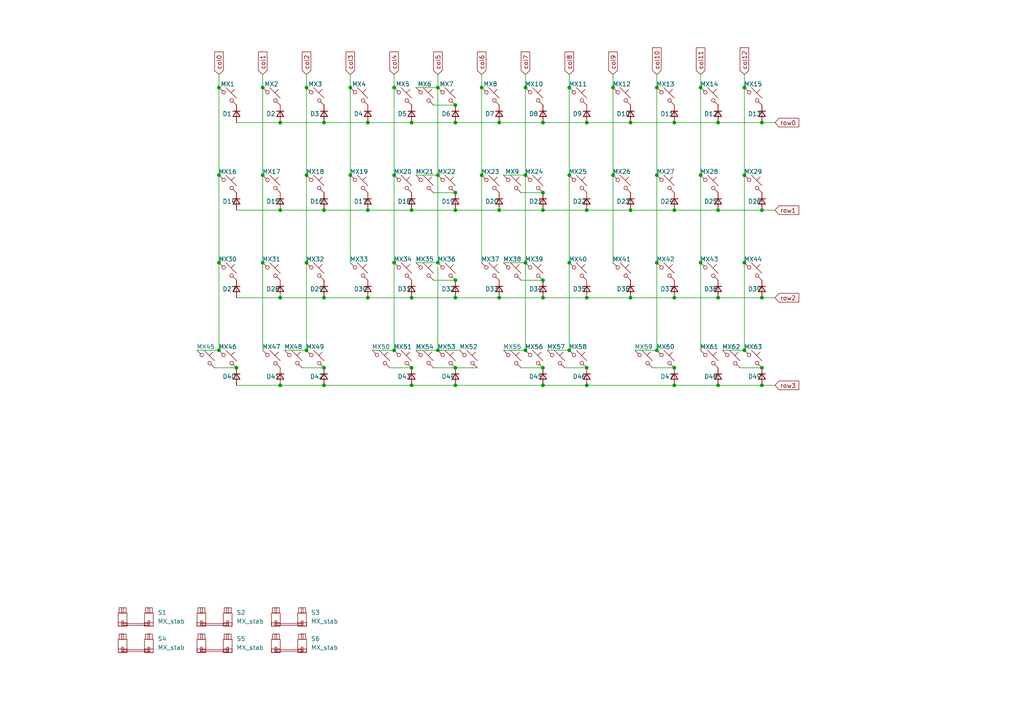
<source format=kicad_sch>
(kicad_sch (version 20231120) (generator "eeschema") (generator_version "8.0")
  (paper "A4")
  (junction (at 190.5 50.8))
  (junction (at 139.7 50.8))
  (junction (at 144.78 86.36))
  (junction (at 119.38 35.56))
  (junction (at 81.28 86.36))
  (junction (at 88.9 101.6))
  (junction (at 68.58 106.68))
  (junction (at 170.18 35.56))
  (junction (at 132.08 35.56))
  (junction (at 157.48 111.76))
  (junction (at 114.3 50.8))
  (junction (at 220.98 86.36))
  (junction (at 152.4 25.4))
  (junction (at 93.98 35.56))
  (junction (at 165.1 50.8))
  (junction (at 114.3 76.2))
  (junction (at 215.9 50.8))
  (junction (at 93.98 60.96))
  (junction (at 195.58 35.56))
  (junction (at 88.9 76.2))
  (junction (at 177.8 50.8))
  (junction (at 203.2 50.8))
  (junction (at 63.5 50.8))
  (junction (at 195.58 60.96))
  (junction (at 220.98 106.68))
  (junction (at 157.48 81.28))
  (junction (at 101.6 25.4))
  (junction (at 132.08 111.76))
  (junction (at 190.5 76.2))
  (junction (at 63.5 25.4))
  (junction (at 157.48 86.36))
  (junction (at 127 25.4))
  (junction (at 165.1 101.6))
  (junction (at 114.3 25.4))
  (junction (at 114.3 101.6))
  (junction (at 132.08 106.68))
  (junction (at 76.2 76.2))
  (junction (at 93.98 106.68))
  (junction (at 152.4 50.8))
  (junction (at 81.28 111.76))
  (junction (at 208.28 60.96))
  (junction (at 195.58 86.36))
  (junction (at 63.5 101.6))
  (junction (at 127 76.2))
  (junction (at 182.88 60.96))
  (junction (at 170.18 60.96))
  (junction (at 139.7 25.4))
  (junction (at 203.2 76.2))
  (junction (at 132.08 30.48))
  (junction (at 119.38 86.36))
  (junction (at 157.48 60.96))
  (junction (at 220.98 111.76))
  (junction (at 81.28 35.56))
  (junction (at 190.5 101.6))
  (junction (at 157.48 35.56))
  (junction (at 157.48 55.88))
  (junction (at 208.28 111.76))
  (junction (at 144.78 60.96))
  (junction (at 152.4 76.2))
  (junction (at 144.78 35.56))
  (junction (at 195.58 111.76))
  (junction (at 93.98 111.76))
  (junction (at 215.9 76.2))
  (junction (at 132.08 55.88))
  (junction (at 93.98 86.36))
  (junction (at 132.08 86.36))
  (junction (at 170.18 106.68))
  (junction (at 182.88 86.36))
  (junction (at 106.68 86.36))
  (junction (at 215.9 25.4))
  (junction (at 165.1 25.4))
  (junction (at 76.2 25.4))
  (junction (at 190.5 25.4))
  (junction (at 88.9 50.8))
  (junction (at 215.9 101.6))
  (junction (at 127 101.6))
  (junction (at 106.68 60.96))
  (junction (at 119.38 106.68))
  (junction (at 165.1 76.2))
  (junction (at 170.18 86.36))
  (junction (at 101.6 50.8))
  (junction (at 152.4 101.6))
  (junction (at 203.2 25.4))
  (junction (at 220.98 35.56))
  (junction (at 63.5 76.2))
  (junction (at 177.8 25.4))
  (junction (at 208.28 35.56))
  (junction (at 157.48 106.68))
  (junction (at 81.28 60.96))
  (junction (at 208.28 86.36))
  (junction (at 195.58 106.68))
  (junction (at 132.08 81.28))
  (junction (at 106.68 35.56))
  (junction (at 88.9 25.4))
  (junction (at 127 50.8))
  (junction (at 76.2 50.8))
  (junction (at 170.18 111.76))
  (junction (at 119.38 60.96))
  (junction (at 132.08 60.96))
  (junction (at 119.38 111.76))
  (junction (at 220.98 60.96))
  (junction (at 182.88 35.56))
  (wire (pts (xy 190.5 21.59) (xy 190.5 25.4)))
  (wire (pts (xy 114.3 50.8) (xy 114.3 76.2)))
  (wire (pts (xy 68.58 35.56) (xy 81.28 35.56)))
  (wire (pts (xy 68.58 86.36) (xy 81.28 86.36)))
  (wire (pts (xy 132.08 111.76) (xy 157.48 111.76)))
  (wire (pts (xy 63.5 25.4) (xy 63.5 50.8)))
  (wire (pts (xy 106.68 60.96) (xy 119.38 60.96)))
  (wire (pts (xy 157.48 35.56) (xy 170.18 35.56)))
  (wire (pts (xy 195.58 111.76) (xy 208.28 111.76)))
  (wire (pts (xy 208.28 111.76) (xy 220.98 111.76)))
  (wire (pts (xy 119.38 86.36) (xy 132.08 86.36)))
  (wire (pts (xy 120.65 101.6) (xy 127 101.6)))
  (wire (pts (xy 157.48 60.96) (xy 170.18 60.96)))
  (wire (pts (xy 146.05 101.6) (xy 152.4 101.6)))
  (wire (pts (xy 215.9 21.59) (xy 215.9 25.4)))
  (wire (pts (xy 203.2 50.8) (xy 203.2 76.2)))
  (wire (pts (xy 152.4 76.2) (xy 152.4 101.6)))
  (wire (pts (xy 76.2 76.2) (xy 76.2 101.6)))
  (wire (pts (xy 114.3 76.2) (xy 114.3 101.6)))
  (wire (pts (xy 146.05 50.8) (xy 152.4 50.8)))
  (wire (pts (xy 106.68 86.36) (xy 119.38 86.36)))
  (wire (pts (xy 144.78 86.36) (xy 157.48 86.36)))
  (wire (pts (xy 132.08 86.36) (xy 144.78 86.36)))
  (wire (pts (xy 144.78 60.96) (xy 157.48 60.96)))
  (wire (pts (xy 182.88 86.36) (xy 195.58 86.36)))
  (wire (pts (xy 125.73 81.28) (xy 132.08 81.28)))
  (wire (pts (xy 165.1 25.4) (xy 165.1 50.8)))
  (wire (pts (xy 139.7 25.4) (xy 139.7 50.8)))
  (wire (pts (xy 57.15 101.6) (xy 63.5 101.6)))
  (wire (pts (xy 158.75 101.6) (xy 165.1 101.6)))
  (wire (pts (xy 152.4 21.59) (xy 152.4 25.4)))
  (wire (pts (xy 224.79 35.56) (xy 220.98 35.56)))
  (wire (pts (xy 195.58 86.36) (xy 208.28 86.36)))
  (wire (pts (xy 144.78 35.56) (xy 157.48 35.56)))
  (wire (pts (xy 215.9 76.2) (xy 215.9 101.6)))
  (wire (pts (xy 81.28 60.96) (xy 93.98 60.96)))
  (wire (pts (xy 120.65 76.2) (xy 127 76.2)))
  (wire (pts (xy 88.9 21.59) (xy 88.9 25.4)))
  (wire (pts (xy 114.3 25.4) (xy 114.3 50.8)))
  (wire (pts (xy 157.48 86.36) (xy 170.18 86.36)))
  (wire (pts (xy 119.38 35.56) (xy 132.08 35.56)))
  (wire (pts (xy 68.58 111.76) (xy 81.28 111.76)))
  (wire (pts (xy 208.28 35.56) (xy 220.98 35.56)))
  (wire (pts (xy 190.5 76.2) (xy 190.5 101.6)))
  (wire (pts (xy 157.48 111.76) (xy 170.18 111.76)))
  (wire (pts (xy 125.73 30.48) (xy 132.08 30.48)))
  (wire (pts (xy 62.23 106.68) (xy 68.58 106.68)))
  (wire (pts (xy 209.55 101.6) (xy 215.9 101.6)))
  (wire (pts (xy 184.15 101.6) (xy 190.5 101.6)))
  (wire (pts (xy 88.9 25.4) (xy 88.9 50.8)))
  (wire (pts (xy 63.5 21.59) (xy 63.5 25.4)))
  (wire (pts (xy 132.08 35.56) (xy 144.78 35.56)))
  (wire (pts (xy 93.98 111.76) (xy 119.38 111.76)))
  (wire (pts (xy 203.2 25.4) (xy 203.2 50.8)))
  (wire (pts (xy 170.18 111.76) (xy 195.58 111.76)))
  (wire (pts (xy 107.95 101.6) (xy 114.3 101.6)))
  (wire (pts (xy 224.79 111.76) (xy 220.98 111.76)))
  (wire (pts (xy 63.5 50.8) (xy 63.5 76.2)))
  (wire (pts (xy 101.6 50.8) (xy 101.6 76.2)))
  (wire (pts (xy 101.6 25.4) (xy 101.6 50.8)))
  (wire (pts (xy 113.03 106.68) (xy 119.38 106.68)))
  (wire (pts (xy 190.5 25.4) (xy 190.5 50.8)))
  (wire (pts (xy 170.18 86.36) (xy 182.88 86.36)))
  (wire (pts (xy 93.98 86.36) (xy 106.68 86.36)))
  (wire (pts (xy 177.8 50.8) (xy 177.8 76.2)))
  (wire (pts (xy 127 25.4) (xy 127 50.8)))
  (wire (pts (xy 120.65 25.4) (xy 127 25.4)))
  (wire (pts (xy 88.9 76.2) (xy 88.9 101.6)))
  (wire (pts (xy 165.1 21.59) (xy 165.1 25.4)))
  (wire (pts (xy 203.2 21.59) (xy 203.2 25.4)))
  (wire (pts (xy 68.58 60.96) (xy 81.28 60.96)))
  (wire (pts (xy 127 21.59) (xy 127 25.4)))
  (wire (pts (xy 215.9 50.8) (xy 215.9 76.2)))
  (wire (pts (xy 214.63 106.68) (xy 220.98 106.68)))
  (wire (pts (xy 120.65 50.8) (xy 127 50.8)))
  (wire (pts (xy 93.98 60.96) (xy 106.68 60.96)))
  (wire (pts (xy 208.28 86.36) (xy 220.98 86.36)))
  (wire (pts (xy 127 77.47) (xy 127 101.6)))
  (wire (pts (xy 203.2 76.2) (xy 203.2 101.6)))
  (wire (pts (xy 76.2 21.59) (xy 76.2 25.4)))
  (wire (pts (xy 170.18 60.96) (xy 182.88 60.96)))
  (wire (pts (xy 132.08 60.96) (xy 144.78 60.96)))
  (wire (pts (xy 170.18 35.56) (xy 182.88 35.56)))
  (wire (pts (xy 152.4 50.8) (xy 152.4 76.2)))
  (wire (pts (xy 63.5 76.2) (xy 63.5 101.6)))
  (wire (pts (xy 177.8 21.59) (xy 177.8 25.4)))
  (wire (pts (xy 151.13 55.88) (xy 157.48 55.88)))
  (wire (pts (xy 93.98 35.56) (xy 106.68 35.56)))
  (wire (pts (xy 127 101.6) (xy 133.35 101.6)))
  (wire (pts (xy 165.1 76.2) (xy 165.1 101.6)))
  (wire (pts (xy 224.79 86.36) (xy 220.98 86.36)))
  (wire (pts (xy 101.6 21.59) (xy 101.6 25.4)))
  (wire (pts (xy 125.73 55.88) (xy 132.08 55.88)))
  (wire (pts (xy 125.73 106.68) (xy 132.08 106.68)))
  (wire (pts (xy 132.08 106.68) (xy 138.43 106.68)))
  (wire (pts (xy 170.18 106.68) (xy 163.83 106.68)))
  (wire (pts (xy 119.38 111.76) (xy 132.08 111.76)))
  (wire (pts (xy 88.9 50.8) (xy 88.9 76.2)))
  (wire (pts (xy 195.58 106.68) (xy 189.23 106.68)))
  (wire (pts (xy 81.28 35.56) (xy 93.98 35.56)))
  (wire (pts (xy 82.55 101.6) (xy 88.9 101.6)))
  (wire (pts (xy 106.68 35.56) (xy 119.38 35.56)))
  (wire (pts (xy 81.28 111.76) (xy 93.98 111.76)))
  (wire (pts (xy 165.1 50.8) (xy 165.1 76.2)))
  (wire (pts (xy 182.88 35.56) (xy 195.58 35.56)))
  (wire (pts (xy 208.28 60.96) (xy 220.98 60.96)))
  (wire (pts (xy 152.4 25.4) (xy 152.4 50.8)))
  (wire (pts (xy 119.38 60.96) (xy 132.08 60.96)))
  (wire (pts (xy 114.3 21.59) (xy 114.3 25.4)))
  (wire (pts (xy 76.2 25.4) (xy 76.2 50.8)))
  (wire (pts (xy 151.13 81.28) (xy 157.48 81.28)))
  (wire (pts (xy 87.63 106.68) (xy 93.98 106.68)))
  (wire (pts (xy 190.5 50.8) (xy 190.5 76.2)))
  (wire (pts (xy 81.28 86.36) (xy 93.98 86.36)))
  (wire (pts (xy 76.2 50.8) (xy 76.2 76.2)))
  (wire (pts (xy 127 50.8) (xy 127 76.2)))
  (wire (pts (xy 151.13 106.68) (xy 157.48 106.68)))
  (wire (pts (xy 195.58 60.96) (xy 208.28 60.96)))
  (wire (pts (xy 146.05 76.2) (xy 152.4 76.2)))
  (wire (pts (xy 139.7 50.8) (xy 139.7 76.2)))
  (wire (pts (xy 224.79 60.96) (xy 220.98 60.96)))
  (wire (pts (xy 195.58 35.56) (xy 208.28 35.56)))
  (wire (pts (xy 182.88 60.96) (xy 195.58 60.96)))
  (wire (pts (xy 215.9 25.4) (xy 215.9 50.8)))
  (wire (pts (xy 177.8 25.4) (xy 177.8 50.8)))
  (wire (pts (xy 139.7 21.59) (xy 139.7 25.4)))
  (global_label "col5" (shape input) (at 127 21.59 90) (property "Intersheetrefs" "${INTERSHEET_REFS}" (effects (hide yes))))
  (global_label "col4" (shape input) (at 114.3 21.59 90) (property "Intersheetrefs" "${INTERSHEET_REFS}" (effects (hide yes))))
  (global_label "row2" (shape input) (at 224.79 86.36 0) (property "Intersheetrefs" "${INTERSHEET_REFS}" (effects (hide yes))))
  (global_label "col6" (shape input) (at 139.7 21.59 90) (property "Intersheetrefs" "${INTERSHEET_REFS}" (effects (hide yes))))
  (global_label "col1" (shape input) (at 76.2 21.59 90) (property "Intersheetrefs" "${INTERSHEET_REFS}" (effects (hide yes))))
  (global_label "col9" (shape input) (at 177.8 21.59 90) (property "Intersheetrefs" "${INTERSHEET_REFS}" (effects (hide yes))))
  (global_label "row1" (shape input) (at 224.79 60.96 0) (property "Intersheetrefs" "${INTERSHEET_REFS}" (effects (hide yes))))
  (global_label "col3" (shape input) (at 101.6 21.59 90) (property "Intersheetrefs" "${INTERSHEET_REFS}" (effects (hide yes))))
  (global_label "col7" (shape input) (at 152.4 21.59 90) (property "Intersheetrefs" "${INTERSHEET_REFS}" (effects (hide yes))))
  (global_label "col8" (shape input) (at 165.1 21.59 90) (property "Intersheetrefs" "${INTERSHEET_REFS}" (effects (hide yes))))
  (global_label "col11" (shape input) (at 203.2 21.59 90) (property "Intersheetrefs" "${INTERSHEET_REFS}" (effects (hide yes))))
  (global_label "row0" (shape input) (at 224.79 35.56 0) (property "Intersheetrefs" "${INTERSHEET_REFS}" (effects (hide yes))))
  (global_label "col10" (shape input) (at 190.5 21.59 90) (property "Intersheetrefs" "${INTERSHEET_REFS}" (effects (hide yes))))
  (global_label "col0" (shape input) (at 63.5 21.59 90) (property "Intersheetrefs" "${INTERSHEET_REFS}" (effects (hide yes))))
  (global_label "row3" (shape input) (at 224.79 111.76 0) (property "Intersheetrefs" "${INTERSHEET_REFS}" (effects (hide yes))))
  (global_label "col2" (shape input) (at 88.9 21.59 90) (property "Intersheetrefs" "${INTERSHEET_REFS}" (effects (hide yes))))
  (global_label "col12" (shape input) (at 215.9 21.59 90) (property "Intersheetrefs" "${INTERSHEET_REFS}" (effects (hide yes))))
  (symbol (lib_id "Device:D_Small") (at 144.78 83.82 270) (unit 1)
    (property "Reference" "D33" (at 140.716 83.82 90) (effects (justify left)))
    (property "Value" "D_Small" (effects (hide yes)))
    (property "Footprint" "Diode_SMD:D_SOD-123" (effects (hide yes)))
    (property "Description" "Diode, small symbol" (effects (hide yes)))
    (property "Sim.Device" "D" (effects (hide yes)))
    (property "Sim.Pins" "1=K 2=A" (effects (hide yes)))
  )
  (symbol (lib_id "PCM_marbastlib-mx:MX_SW_solder") (at 167.64 27.94 0) (unit 1)
    (property "Reference" "MX11" (at 167.64 24.384 0))
    (property "Value" "MX_SW_solder" (effects (hide yes)))
    (property "Footprint" "PCM_marbastlib-mx:SW_MX_1u" (effects (hide yes)))
    (property "Description" "Push button switch, normally open, two pins, 45° tilted" (effects (hide yes)))
  )
  (symbol (lib_id "PCM_marbastlib-mx:MX_SW_solder") (at 135.89 104.14 0) (unit 1)
    (property "Reference" "MX52" (at 135.89 100.584 0))
    (property "Value" "MX_SW_solder" (effects (hide yes)))
    (property "Footprint" "PCM_marbastlib-mx:SW_MX_1u" (effects (hide yes)))
    (property "Description" "Push button switch, normally open, two pins, 45° tilted" (effects (hide yes)))
  )
  (symbol (lib_id "PCM_marbastlib-mx:MX_SW_solder") (at 142.24 78.74 0) (unit 1)
    (property "Reference" "MX37" (at 142.24 75.184 0))
    (property "Value" "MX_SW_solder" (effects (hide yes)))
    (property "Footprint" "PCM_marbastlib-mx:SW_MX_1u" (effects (hide yes)))
    (property "Description" "Push button switch, normally open, two pins, 45° tilted" (effects (hide yes)))
  )
  (symbol (lib_id "PCM_marbastlib-mx:MX_SW_solder") (at 91.44 53.34 0) (unit 1)
    (property "Reference" "MX18" (at 91.44 49.784 0))
    (property "Value" "MX_SW_solder" (effects (hide yes)))
    (property "Footprint" "PCM_marbastlib-mx:SW_MX_1u" (effects (hide yes)))
    (property "Description" "Push button switch, normally open, two pins, 45° tilted" (effects (hide yes)))
  )
  (symbol (lib_id "Device:D_Small") (at 157.48 83.82 270) (unit 1)
    (property "Reference" "D34" (at 153.416 83.82 90) (effects (justify left)))
    (property "Value" "D_Small" (effects (hide yes)))
    (property "Footprint" "Diode_SMD:D_SOD-123" (effects (hide yes)))
    (property "Description" "Diode, small symbol" (effects (hide yes)))
    (property "Sim.Device" "D" (effects (hide yes)))
    (property "Sim.Pins" "1=K 2=A" (effects (hide yes)))
  )
  (symbol (lib_id "PCM_marbastlib-mx:MX_SW_solder") (at 148.59 53.34 0) (unit 1)
    (property "Reference" "MX9" (at 148.59 49.784 0))
    (property "Value" "MX_SW_solder" (effects (hide yes)))
    (property "Footprint" "PCM_marbastlib-mx:SW_MX_1u" (effects (hide yes)))
    (property "Description" "Push button switch, normally open, two pins, 45° tilted" (effects (hide yes)))
  )
  (symbol (lib_id "Device:D_Small") (at 81.28 109.22 270) (unit 1)
    (property "Reference" "D41" (at 77.216 109.22 90) (effects (justify left)))
    (property "Value" "D_Small" (effects (hide yes)))
    (property "Footprint" "Diode_SMD:D_SOD-123" (effects (hide yes)))
    (property "Description" "Diode, small symbol" (effects (hide yes)))
    (property "Sim.Device" "D" (effects (hide yes)))
    (property "Sim.Pins" "1=K 2=A" (effects (hide yes)))
  )
  (symbol (lib_id "PCM_marbastlib-mx:MX_SW_solder") (at 91.44 78.74 0) (unit 1)
    (property "Reference" "MX32" (at 91.44 75.184 0))
    (property "Value" "MX_SW_solder" (effects (hide yes)))
    (property "Footprint" "PCM_marbastlib-mx:SW_MX_1u" (effects (hide yes)))
    (property "Description" "Push button switch, normally open, two pins, 45° tilted" (effects (hide yes)))
  )
  (symbol (lib_id "PCM_marbastlib-mx:MX_SW_solder") (at 116.84 53.34 0) (unit 1)
    (property "Reference" "MX20" (at 116.84 49.784 0))
    (property "Value" "MX_SW_solder" (effects (hide yes)))
    (property "Footprint" "PCM_marbastlib-mx:SW_MX_1u" (effects (hide yes)))
    (property "Description" "Push button switch, normally open, two pins, 45° tilted" (effects (hide yes)))
  )
  (symbol (lib_id "PCM_marbastlib-mx:MX_SW_solder") (at 218.44 53.34 0) (unit 1)
    (property "Reference" "MX29" (at 218.44 49.784 0))
    (property "Value" "MX_SW_solder" (effects (hide yes)))
    (property "Footprint" "PCM_marbastlib-mx:SW_MX_1u" (effects (hide yes)))
    (property "Description" "Push button switch, normally open, two pins, 45° tilted" (effects (hide yes)))
  )
  (symbol (lib_id "PCM_marbastlib-mx:MX_SW_solder") (at 129.54 53.34 0) (unit 1)
    (property "Reference" "MX22" (at 129.54 49.784 0))
    (property "Value" "MX_SW_solder" (effects (hide yes)))
    (property "Footprint" "PCM_marbastlib-mx:SW_MX_1u" (effects (hide yes)))
    (property "Description" "Push button switch, normally open, two pins, 45° tilted" (effects (hide yes)))
  )
  (symbol (lib_id "PCM_marbastlib-mx:MX_stab") (at 83.82 179.07 0) (unit 1)
    (property "Reference" "S3" (at 90.17 177.6729 0) (effects (justify left)))
    (property "Value" "MX_stab" (at 90.17 180.2129 0) (effects (justify left)))
    (property "Footprint" "PCM_marbastlib-mx:STAB_MX_7u" (effects (hide yes)))
    (property "Description" "Cherry MX-style stabilizer" (effects (hide yes)))
  )
  (symbol (lib_id "PCM_marbastlib-mx:MX_SW_solder") (at 193.04 104.14 0) (unit 1)
    (property "Reference" "MX60" (at 193.04 100.584 0))
    (property "Value" "MX_SW_solder" (effects (hide yes)))
    (property "Footprint" "PCM_marbastlib-mx:SW_MX_1u" (effects (hide yes)))
    (property "Description" "Push button switch, normally open, two pins, 45° tilted" (effects (hide yes)))
  )
  (symbol (lib_id "Device:D_Small") (at 195.58 58.42 270) (unit 1)
    (property "Reference" "D24" (at 191.516 58.42 90) (effects (justify left)))
    (property "Value" "D_Small" (effects (hide yes)))
    (property "Footprint" "Diode_SMD:D_SOD-123" (effects (hide yes)))
    (property "Description" "Diode, small symbol" (effects (hide yes)))
    (property "Sim.Device" "D" (effects (hide yes)))
    (property "Sim.Pins" "1=K 2=A" (effects (hide yes)))
  )
  (symbol (lib_id "Device:D_Small") (at 132.08 33.02 270) (unit 1)
    (property "Reference" "D6" (at 128.016 33.02 90) (effects (justify left)))
    (property "Value" "D_Small" (effects (hide yes)))
    (property "Footprint" "Diode_SMD:D_SOD-123" (effects (hide yes)))
    (property "Description" "Diode, small symbol" (effects (hide yes)))
    (property "Sim.Device" "D" (effects (hide yes)))
    (property "Sim.Pins" "1=K 2=A" (effects (hide yes)))
  )
  (symbol (lib_id "PCM_marbastlib-mx:MX_SW_solder") (at 148.59 104.14 0) (unit 1)
    (property "Reference" "MX55" (at 148.59 100.584 0))
    (property "Value" "MX_SW_solder" (effects (hide yes)))
    (property "Footprint" "PCM_marbastlib-mx:SW_MX_1u" (effects (hide yes)))
    (property "Description" "Push button switch, normally open, two pins, 45° tilted" (effects (hide yes)))
  )
  (symbol (lib_id "PCM_marbastlib-mx:MX_SW_solder") (at 180.34 27.94 0) (unit 1)
    (property "Reference" "MX12" (at 180.34 24.384 0))
    (property "Value" "MX_SW_solder" (effects (hide yes)))
    (property "Footprint" "PCM_marbastlib-mx:SW_MX_1u" (effects (hide yes)))
    (property "Description" "Push button switch, normally open, two pins, 45° tilted" (effects (hide yes)))
  )
  (symbol (lib_id "PCM_marbastlib-mx:MX_SW_solder") (at 154.94 27.94 0) (unit 1)
    (property "Reference" "MX10" (at 154.94 24.384 0))
    (property "Value" "MX_SW_solder" (effects (hide yes)))
    (property "Footprint" "PCM_marbastlib-mx:SW_MX_1u" (effects (hide yes)))
    (property "Description" "Push button switch, normally open, two pins, 45° tilted" (effects (hide yes)))
  )
  (symbol (lib_id "PCM_marbastlib-mx:MX_SW_solder") (at 123.19 78.74 0) (unit 1)
    (property "Reference" "MX35" (at 123.19 75.184 0))
    (property "Value" "MX_SW_solder" (effects (hide yes)))
    (property "Footprint" "PCM_marbastlib-mx:SW_MX_1u" (effects (hide yes)))
    (property "Description" "Push button switch, normally open, two pins, 45° tilted" (effects (hide yes)))
  )
  (symbol (lib_id "Device:D_Small") (at 81.28 83.82 270) (unit 1)
    (property "Reference" "D28" (at 77.216 83.82 90) (effects (justify left)))
    (property "Value" "D_Small" (effects (hide yes)))
    (property "Footprint" "Diode_SMD:D_SOD-123" (effects (hide yes)))
    (property "Description" "Diode, small symbol" (effects (hide yes)))
    (property "Sim.Device" "D" (effects (hide yes)))
    (property "Sim.Pins" "1=K 2=A" (effects (hide yes)))
  )
  (symbol (lib_id "PCM_marbastlib-mx:MX_SW_solder") (at 78.74 27.94 0) (unit 1)
    (property "Reference" "MX2" (at 78.74 24.384 0))
    (property "Value" "MX_SW_solder" (effects (hide yes)))
    (property "Footprint" "PCM_marbastlib-mx:SW_MX_1u" (effects (hide yes)))
    (property "Description" "Push button switch, normally open, two pins, 45° tilted" (effects (hide yes)))
  )
  (symbol (lib_id "PCM_marbastlib-mx:MX_stab") (at 39.37 186.69 0) (unit 1)
    (property "Reference" "S4" (at 45.72 185.2929 0) (effects (justify left)))
    (property "Value" "MX_stab" (at 45.72 187.8329 0) (effects (justify left)))
    (property "Footprint" "PCM_marbastlib-mx:STAB_MX_2.25u" (effects (hide yes)))
    (property "Description" "Cherry MX-style stabilizer" (effects (hide yes)))
  )
  (symbol (lib_id "PCM_marbastlib-mx:MX_SW_solder") (at 186.69 104.14 0) (unit 1)
    (property "Reference" "MX59" (at 186.69 100.584 0))
    (property "Value" "MX_SW_solder" (effects (hide yes)))
    (property "Footprint" "PCM_marbastlib-mx:SW_MX_1u" (effects (hide yes)))
    (property "Description" "Push button switch, normally open, two pins, 45° tilted" (effects (hide yes)))
  )
  (symbol (lib_id "Device:D_Small") (at 220.98 83.82 270) (unit 1)
    (property "Reference" "D39" (at 216.916 83.82 90) (effects (justify left)))
    (property "Value" "D_Small" (effects (hide yes)))
    (property "Footprint" "Diode_SMD:D_SOD-123" (effects (hide yes)))
    (property "Description" "Diode, small symbol" (effects (hide yes)))
    (property "Sim.Device" "D" (effects (hide yes)))
    (property "Sim.Pins" "1=K 2=A" (effects (hide yes)))
  )
  (symbol (lib_id "Device:D_Small") (at 170.18 58.42 270) (unit 1)
    (property "Reference" "D22" (at 166.116 58.42 90) (effects (justify left)))
    (property "Value" "D_Small" (effects (hide yes)))
    (property "Footprint" "Diode_SMD:D_SOD-123" (effects (hide yes)))
    (property "Description" "Diode, small symbol" (effects (hide yes)))
    (property "Sim.Device" "D" (effects (hide yes)))
    (property "Sim.Pins" "1=K 2=A" (effects (hide yes)))
  )
  (symbol (lib_id "PCM_marbastlib-mx:MX_SW_solder") (at 180.34 53.34 0) (unit 1)
    (property "Reference" "MX26" (at 180.34 49.784 0))
    (property "Value" "MX_SW_solder" (effects (hide yes)))
    (property "Footprint" "PCM_marbastlib-mx:SW_MX_1u" (effects (hide yes)))
    (property "Description" "Push button switch, normally open, two pins, 45° tilted" (effects (hide yes)))
  )
  (symbol (lib_id "PCM_marbastlib-mx:MX_SW_solder") (at 212.09 104.14 0) (unit 1)
    (property "Reference" "MX62" (at 212.09 100.584 0))
    (property "Value" "MX_SW_solder" (effects (hide yes)))
    (property "Footprint" "PCM_marbastlib-mx:SW_MX_1u" (effects (hide yes)))
    (property "Description" "Push button switch, normally open, two pins, 45° tilted" (effects (hide yes)))
  )
  (symbol (lib_id "PCM_marbastlib-mx:MX_SW_solder") (at 116.84 27.94 0) (unit 1)
    (property "Reference" "MX5" (at 116.84 24.384 0))
    (property "Value" "MX_SW_solder" (effects (hide yes)))
    (property "Footprint" "PCM_marbastlib-mx:SW_MX_1u" (effects (hide yes)))
    (property "Description" "Push button switch, normally open, two pins, 45° tilted" (effects (hide yes)))
  )
  (symbol (lib_id "PCM_marbastlib-mx:MX_SW_solder") (at 110.49 104.14 0) (unit 1)
    (property "Reference" "MX50" (at 110.49 100.584 0))
    (property "Value" "MX_SW_solder" (effects (hide yes)))
    (property "Footprint" "PCM_marbastlib-mx:SW_MX_1u" (effects (hide yes)))
    (property "Description" "Push button switch, normally open, two pins, 45° tilted" (effects (hide yes)))
  )
  (symbol (lib_id "Device:D_Small") (at 81.28 58.42 270) (unit 1)
    (property "Reference" "D15" (at 77.216 58.42 90) (effects (justify left)))
    (property "Value" "D_Small" (effects (hide yes)))
    (property "Footprint" "Diode_SMD:D_SOD-123" (effects (hide yes)))
    (property "Description" "Diode, small symbol" (effects (hide yes)))
    (property "Sim.Device" "D" (effects (hide yes)))
    (property "Sim.Pins" "1=K 2=A" (effects (hide yes)))
  )
  (symbol (lib_id "PCM_marbastlib-mx:MX_SW_solder") (at 205.74 27.94 0) (unit 1)
    (property "Reference" "MX14" (at 205.74 24.384 0))
    (property "Value" "MX_SW_solder" (effects (hide yes)))
    (property "Footprint" "PCM_marbastlib-mx:SW_MX_1u" (effects (hide yes)))
    (property "Description" "Push button switch, normally open, two pins, 45° tilted" (effects (hide yes)))
  )
  (symbol (lib_id "PCM_marbastlib-mx:MX_SW_solder") (at 66.04 53.34 0) (unit 1)
    (property "Reference" "MX16" (at 66.04 49.784 0))
    (property "Value" "MX_SW_solder" (effects (hide yes)))
    (property "Footprint" "PCM_marbastlib-mx:SW_MX_1u" (effects (hide yes)))
    (property "Description" "Push button switch, normally open, two pins, 45° tilted" (effects (hide yes)))
  )
  (symbol (lib_id "Device:D_Small") (at 132.08 83.82 270) (unit 1)
    (property "Reference" "D32" (at 128.016 83.82 90) (effects (justify left)))
    (property "Value" "D_Small" (effects (hide yes)))
    (property "Footprint" "Diode_SMD:D_SOD-123" (effects (hide yes)))
    (property "Description" "Diode, small symbol" (effects (hide yes)))
    (property "Sim.Device" "D" (effects (hide yes)))
    (property "Sim.Pins" "1=K 2=A" (effects (hide yes)))
  )
  (symbol (lib_id "Device:D_Small") (at 220.98 33.02 270) (unit 1)
    (property "Reference" "D13" (at 216.916 33.02 90) (effects (justify left)))
    (property "Value" "D_Small" (effects (hide yes)))
    (property "Footprint" "Diode_SMD:D_SOD-123" (effects (hide yes)))
    (property "Description" "Diode, small symbol" (effects (hide yes)))
    (property "Sim.Device" "D" (effects (hide yes)))
    (property "Sim.Pins" "1=K 2=A" (effects (hide yes)))
  )
  (symbol (lib_id "PCM_marbastlib-mx:MX_SW_solder") (at 59.69 104.14 0) (unit 1)
    (property "Reference" "MX45" (at 59.69 100.584 0))
    (property "Value" "MX_SW_solder" (effects (hide yes)))
    (property "Footprint" "PCM_marbastlib-mx:SW_MX_1u" (effects (hide yes)))
    (property "Description" "Push button switch, normally open, two pins, 45° tilted" (effects (hide yes)))
  )
  (symbol (lib_id "Device:D_Small") (at 182.88 83.82 270) (unit 1)
    (property "Reference" "D36" (at 178.816 83.82 90) (effects (justify left)))
    (property "Value" "D_Small" (effects (hide yes)))
    (property "Footprint" "Diode_SMD:D_SOD-123" (effects (hide yes)))
    (property "Description" "Diode, small symbol" (effects (hide yes)))
    (property "Sim.Device" "D" (effects (hide yes)))
    (property "Sim.Pins" "1=K 2=A" (effects (hide yes)))
  )
  (symbol (lib_id "Device:D_Small") (at 119.38 33.02 270) (unit 1)
    (property "Reference" "D5" (at 115.316 33.02 90) (effects (justify left)))
    (property "Value" "D_Small" (effects (hide yes)))
    (property "Footprint" "Diode_SMD:D_SOD-123" (effects (hide yes)))
    (property "Description" "Diode, small symbol" (effects (hide yes)))
    (property "Sim.Device" "D" (effects (hide yes)))
    (property "Sim.Pins" "1=K 2=A" (effects (hide yes)))
  )
  (symbol (lib_id "Device:D_Small") (at 81.28 33.02 270) (unit 1)
    (property "Reference" "D2" (at 77.216 33.02 90) (effects (justify left)))
    (property "Value" "D_Small" (effects (hide yes)))
    (property "Footprint" "Diode_SMD:D_SOD-123" (effects (hide yes)))
    (property "Description" "Diode, small symbol" (effects (hide yes)))
    (property "Sim.Device" "D" (effects (hide yes)))
    (property "Sim.Pins" "1=K 2=A" (effects (hide yes)))
  )
  (symbol (lib_id "Device:D_Small") (at 208.28 58.42 270) (unit 1)
    (property "Reference" "D25" (at 204.216 58.42 90) (effects (justify left)))
    (property "Value" "D_Small" (effects (hide yes)))
    (property "Footprint" "Diode_SMD:D_SOD-123" (effects (hide yes)))
    (property "Description" "Diode, small symbol" (effects (hide yes)))
    (property "Sim.Device" "D" (effects (hide yes)))
    (property "Sim.Pins" "1=K 2=A" (effects (hide yes)))
  )
  (symbol (lib_id "Device:D_Small") (at 208.28 33.02 270) (unit 1)
    (property "Reference" "D12" (at 204.216 33.02 90) (effects (justify left)))
    (property "Value" "D_Small" (effects (hide yes)))
    (property "Footprint" "Diode_SMD:D_SOD-123" (effects (hide yes)))
    (property "Description" "Diode, small symbol" (effects (hide yes)))
    (property "Sim.Device" "D" (effects (hide yes)))
    (property "Sim.Pins" "1=K 2=A" (effects (hide yes)))
  )
  (symbol (lib_id "PCM_marbastlib-mx:MX_SW_solder") (at 123.19 53.34 0) (unit 1)
    (property "Reference" "MX21" (at 123.19 49.784 0))
    (property "Value" "MX_SW_solder" (effects (hide yes)))
    (property "Footprint" "PCM_marbastlib-mx:SW_MX_1u" (effects (hide yes)))
    (property "Description" "Push button switch, normally open, two pins, 45° tilted" (effects (hide yes)))
  )
  (symbol (lib_id "PCM_marbastlib-mx:MX_SW_solder") (at 123.19 104.14 0) (unit 1)
    (property "Reference" "MX54" (at 123.19 100.584 0))
    (property "Value" "MX_SW_solder" (effects (hide yes)))
    (property "Footprint" "PCM_marbastlib-mx:SW_MX_1u" (effects (hide yes)))
    (property "Description" "Push button switch, normally open, two pins, 45° tilted" (effects (hide yes)))
  )
  (symbol (lib_id "Device:D_Small") (at 170.18 83.82 270) (unit 1)
    (property "Reference" "D35" (at 166.116 83.82 90) (effects (justify left)))
    (property "Value" "D_Small" (effects (hide yes)))
    (property "Footprint" "Diode_SMD:D_SOD-123" (effects (hide yes)))
    (property "Description" "Diode, small symbol" (effects (hide yes)))
    (property "Sim.Device" "D" (effects (hide yes)))
    (property "Sim.Pins" "1=K 2=A" (effects (hide yes)))
  )
  (symbol (lib_id "PCM_marbastlib-mx:MX_SW_solder") (at 129.54 27.94 0) (unit 1)
    (property "Reference" "MX7" (at 129.54 24.384 0))
    (property "Value" "MX_SW_solder" (effects (hide yes)))
    (property "Footprint" "PCM_marbastlib-mx:SW_MX_1u" (effects (hide yes)))
    (property "Description" "Push button switch, normally open, two pins, 45° tilted" (effects (hide yes)))
  )
  (symbol (lib_id "Device:D_Small") (at 182.88 33.02 270) (unit 1)
    (property "Reference" "D10" (at 178.816 33.02 90) (effects (justify left)))
    (property "Value" "D_Small" (effects (hide yes)))
    (property "Footprint" "Diode_SMD:D_SOD-123" (effects (hide yes)))
    (property "Description" "Diode, small symbol" (effects (hide yes)))
    (property "Sim.Device" "D" (effects (hide yes)))
    (property "Sim.Pins" "1=K 2=A" (effects (hide yes)))
  )
  (symbol (lib_id "PCM_marbastlib-mx:MX_SW_solder") (at 66.04 104.14 0) (unit 1)
    (property "Reference" "MX46" (at 66.04 100.584 0))
    (property "Value" "MX_SW_solder" (effects (hide yes)))
    (property "Footprint" "PCM_marbastlib-mx:SW_MX_1u" (effects (hide yes)))
    (property "Description" "Push button switch, normally open, two pins, 45° tilted" (effects (hide yes)))
  )
  (symbol (lib_id "PCM_marbastlib-mx:MX_SW_solder") (at 116.84 104.14 0) (unit 1)
    (property "Reference" "MX51" (at 116.84 100.584 0))
    (property "Value" "MX_SW_solder" (effects (hide yes)))
    (property "Footprint" "PCM_marbastlib-mx:SW_MX_1u" (effects (hide yes)))
    (property "Description" "Push button switch, normally open, two pins, 45° tilted" (effects (hide yes)))
  )
  (symbol (lib_id "Device:D_Small") (at 119.38 58.42 270) (unit 1)
    (property "Reference" "D18" (at 115.316 58.42 90) (effects (justify left)))
    (property "Value" "D_Small" (effects (hide yes)))
    (property "Footprint" "Diode_SMD:D_SOD-123" (effects (hide yes)))
    (property "Description" "Diode, small symbol" (effects (hide yes)))
    (property "Sim.Device" "D" (effects (hide yes)))
    (property "Sim.Pins" "1=K 2=A" (effects (hide yes)))
  )
  (symbol (lib_id "PCM_marbastlib-mx:MX_SW_solder") (at 129.54 78.74 0) (unit 1)
    (property "Reference" "MX36" (at 129.54 75.184 0))
    (property "Value" "MX_SW_solder" (effects (hide yes)))
    (property "Footprint" "PCM_marbastlib-mx:SW_MX_1u" (effects (hide yes)))
    (property "Description" "Push button switch, normally open, two pins, 45° tilted" (effects (hide yes)))
  )
  (symbol (lib_id "PCM_marbastlib-mx:MX_SW_solder") (at 66.04 27.94 0) (unit 1)
    (property "Reference" "MX1" (at 66.04 24.384 0))
    (property "Value" "MX_SW_solder" (effects (hide yes)))
    (property "Footprint" "PCM_marbastlib-mx:SW_MX_1u" (effects (hide yes)))
    (property "Description" "Push button switch, normally open, two pins, 45° tilted" (effects (hide yes)))
  )
  (symbol (lib_id "PCM_marbastlib-mx:MX_SW_solder") (at 193.04 78.74 0) (unit 1)
    (property "Reference" "MX42" (at 193.04 75.184 0))
    (property "Value" "MX_SW_solder" (effects (hide yes)))
    (property "Footprint" "PCM_marbastlib-mx:SW_MX_1u" (effects (hide yes)))
    (property "Description" "Push button switch, normally open, two pins, 45° tilted" (effects (hide yes)))
  )
  (symbol (lib_id "Device:D_Small") (at 93.98 109.22 270) (unit 1)
    (property "Reference" "D42" (at 89.916 109.22 90) (effects (justify left)))
    (property "Value" "D_Small" (effects (hide yes)))
    (property "Footprint" "Diode_SMD:D_SOD-123" (effects (hide yes)))
    (property "Description" "Diode, small symbol" (effects (hide yes)))
    (property "Sim.Device" "D" (effects (hide yes)))
    (property "Sim.Pins" "1=K 2=A" (effects (hide yes)))
  )
  (symbol (lib_id "PCM_marbastlib-mx:MX_SW_solder") (at 154.94 104.14 0) (unit 1)
    (property "Reference" "MX56" (at 154.94 100.584 0))
    (property "Value" "MX_SW_solder" (effects (hide yes)))
    (property "Footprint" "PCM_marbastlib-mx:SW_MX_1u" (effects (hide yes)))
    (property "Description" "Push button switch, normally open, two pins, 45° tilted" (effects (hide yes)))
  )
  (symbol (lib_id "Device:D_Small") (at 195.58 33.02 270) (unit 1)
    (property "Reference" "D11" (at 191.516 33.02 90) (effects (justify left)))
    (property "Value" "D_Small" (effects (hide yes)))
    (property "Footprint" "Diode_SMD:D_SOD-123" (effects (hide yes)))
    (property "Description" "Diode, small symbol" (effects (hide yes)))
    (property "Sim.Device" "D" (effects (hide yes)))
    (property "Sim.Pins" "1=K 2=A" (effects (hide yes)))
  )
  (symbol (lib_id "PCM_marbastlib-mx:MX_SW_solder") (at 78.74 78.74 0) (unit 1)
    (property "Reference" "MX31" (at 78.74 75.184 0))
    (property "Value" "MX_SW_solder" (effects (hide yes)))
    (property "Footprint" "PCM_marbastlib-mx:SW_MX_1u" (effects (hide yes)))
    (property "Description" "Push button switch, normally open, two pins, 45° tilted" (effects (hide yes)))
  )
  (symbol (lib_id "Device:D_Small") (at 106.68 83.82 270) (unit 1)
    (property "Reference" "D30" (at 102.616 83.82 90) (effects (justify left)))
    (property "Value" "D_Small" (effects (hide yes)))
    (property "Footprint" "Diode_SMD:D_SOD-123" (effects (hide yes)))
    (property "Description" "Diode, small symbol" (effects (hide yes)))
    (property "Sim.Device" "D" (effects (hide yes)))
    (property "Sim.Pins" "1=K 2=A" (effects (hide yes)))
  )
  (symbol (lib_id "Device:D_Small") (at 93.98 33.02 270) (unit 1)
    (property "Reference" "D3" (at 89.916 33.02 90) (effects (justify left)))
    (property "Value" "D_Small" (effects (hide yes)))
    (property "Footprint" "Diode_SMD:D_SOD-123" (effects (hide yes)))
    (property "Description" "Diode, small symbol" (effects (hide yes)))
    (property "Sim.Device" "D" (effects (hide yes)))
    (property "Sim.Pins" "1=K 2=A" (effects (hide yes)))
  )
  (symbol (lib_id "Device:D_Small") (at 208.28 83.82 270) (unit 1)
    (property "Reference" "D38" (at 204.216 83.82 90) (effects (justify left)))
    (property "Value" "D_Small" (effects (hide yes)))
    (property "Footprint" "Diode_SMD:D_SOD-123" (effects (hide yes)))
    (property "Description" "Diode, small symbol" (effects (hide yes)))
    (property "Sim.Device" "D" (effects (hide yes)))
    (property "Sim.Pins" "1=K 2=A" (effects (hide yes)))
  )
  (symbol (lib_id "Device:D_Small") (at 68.58 33.02 270) (unit 1)
    (property "Reference" "D1" (at 64.516 33.02 90) (effects (justify left)))
    (property "Value" "D_Small" (effects (hide yes)))
    (property "Footprint" "Diode_SMD:D_SOD-123" (effects (hide yes)))
    (property "Description" "Diode, small symbol" (effects (hide yes)))
    (property "Sim.Device" "D" (effects (hide yes)))
    (property "Sim.Pins" "1=K 2=A" (effects (hide yes)))
  )
  (symbol (lib_id "Device:D_Small") (at 170.18 33.02 270) (unit 1)
    (property "Reference" "D9" (at 166.116 33.02 90) (effects (justify left)))
    (property "Value" "D_Small" (effects (hide yes)))
    (property "Footprint" "Diode_SMD:D_SOD-123" (effects (hide yes)))
    (property "Description" "Diode, small symbol" (effects (hide yes)))
    (property "Sim.Device" "D" (effects (hide yes)))
    (property "Sim.Pins" "1=K 2=A" (effects (hide yes)))
  )
  (symbol (lib_id "PCM_marbastlib-mx:MX_SW_solder") (at 66.04 78.74 0) (unit 1)
    (property "Reference" "MX30" (at 66.04 75.184 0))
    (property "Value" "MX_SW_solder" (effects (hide yes)))
    (property "Footprint" "PCM_marbastlib-mx:SW_MX_1u" (effects (hide yes)))
    (property "Description" "Push button switch, normally open, two pins, 45° tilted" (effects (hide yes)))
  )
  (symbol (lib_id "Device:D_Small") (at 220.98 58.42 270) (unit 1)
    (property "Reference" "D26" (at 216.916 58.42 90) (effects (justify left)))
    (property "Value" "D_Small" (effects (hide yes)))
    (property "Footprint" "Diode_SMD:D_SOD-123" (effects (hide yes)))
    (property "Description" "Diode, small symbol" (effects (hide yes)))
    (property "Sim.Device" "D" (effects (hide yes)))
    (property "Sim.Pins" "1=K 2=A" (effects (hide yes)))
  )
  (symbol (lib_id "PCM_marbastlib-mx:MX_SW_solder") (at 104.14 53.34 0) (unit 1)
    (property "Reference" "MX19" (at 104.14 49.784 0))
    (property "Value" "MX_SW_solder" (effects (hide yes)))
    (property "Footprint" "PCM_marbastlib-mx:SW_MX_1u" (effects (hide yes)))
    (property "Description" "Push button switch, normally open, two pins, 45° tilted" (effects (hide yes)))
  )
  (symbol (lib_id "PCM_marbastlib-mx:MX_SW_solder") (at 205.74 78.74 0) (unit 1)
    (property "Reference" "MX43" (at 205.74 75.184 0))
    (property "Value" "MX_SW_solder" (effects (hide yes)))
    (property "Footprint" "PCM_marbastlib-mx:SW_MX_1u" (effects (hide yes)))
    (property "Description" "Push button switch, normally open, two pins, 45° tilted" (effects (hide yes)))
  )
  (symbol (lib_id "Device:D_Small") (at 157.48 109.22 270) (unit 1)
    (property "Reference" "D45" (at 153.416 109.22 90) (effects (justify left)))
    (property "Value" "D_Small" (effects (hide yes)))
    (property "Footprint" "Diode_SMD:D_SOD-123" (effects (hide yes)))
    (property "Description" "Diode, small symbol" (effects (hide yes)))
    (property "Sim.Device" "D" (effects (hide yes)))
    (property "Sim.Pins" "1=K 2=A" (effects (hide yes)))
  )
  (symbol (lib_id "Device:D_Small") (at 182.88 58.42 270) (unit 1)
    (property "Reference" "D23" (at 178.816 58.42 90) (effects (justify left)))
    (property "Value" "D_Small" (effects (hide yes)))
    (property "Footprint" "Diode_SMD:D_SOD-123" (effects (hide yes)))
    (property "Description" "Diode, small symbol" (effects (hide yes)))
    (property "Sim.Device" "D" (effects (hide yes)))
    (property "Sim.Pins" "1=K 2=A" (effects (hide yes)))
  )
  (symbol (lib_id "Device:D_Small") (at 93.98 58.42 270) (unit 1)
    (property "Reference" "D16" (at 89.916 58.42 90) (effects (justify left)))
    (property "Value" "D_Small" (effects (hide yes)))
    (property "Footprint" "Diode_SMD:D_SOD-123" (effects (hide yes)))
    (property "Description" "Diode, small symbol" (effects (hide yes)))
    (property "Sim.Device" "D" (effects (hide yes)))
    (property "Sim.Pins" "1=K 2=A" (effects (hide yes)))
  )
  (symbol (lib_id "Device:D_Small") (at 195.58 83.82 270) (unit 1)
    (property "Reference" "D37" (at 191.516 83.82 90) (effects (justify left)))
    (property "Value" "D_Small" (effects (hide yes)))
    (property "Footprint" "Diode_SMD:D_SOD-123" (effects (hide yes)))
    (property "Description" "Diode, small symbol" (effects (hide yes)))
    (property "Sim.Device" "D" (effects (hide yes)))
    (property "Sim.Pins" "1=K 2=A" (effects (hide yes)))
  )
  (symbol (lib_id "PCM_marbastlib-mx:MX_SW_solder") (at 154.94 53.34 0) (unit 1)
    (property "Reference" "MX24" (at 154.94 49.784 0))
    (property "Value" "MX_SW_solder" (effects (hide yes)))
    (property "Footprint" "PCM_marbastlib-mx:SW_MX_1u" (effects (hide yes)))
    (property "Description" "Push button switch, normally open, two pins, 45° tilted" (effects (hide yes)))
  )
  (symbol (lib_id "Device:D_Small") (at 68.58 83.82 270) (unit 1)
    (property "Reference" "D27" (at 64.516 83.82 90) (effects (justify left)))
    (property "Value" "D_Small" (effects (hide yes)))
    (property "Footprint" "Diode_SMD:D_SOD-123" (effects (hide yes)))
    (property "Description" "Diode, small symbol" (effects (hide yes)))
    (property "Sim.Device" "D" (effects (hide yes)))
    (property "Sim.Pins" "1=K 2=A" (effects (hide yes)))
  )
  (symbol (lib_id "PCM_marbastlib-mx:MX_SW_solder") (at 104.14 27.94 0) (unit 1)
    (property "Reference" "MX4" (at 104.14 24.384 0))
    (property "Value" "MX_SW_solder" (effects (hide yes)))
    (property "Footprint" "PCM_marbastlib-mx:SW_MX_1u" (effects (hide yes)))
    (property "Description" "Push button switch, normally open, two pins, 45° tilted" (effects (hide yes)))
  )
  (symbol (lib_id "PCM_marbastlib-mx:MX_SW_solder") (at 205.74 53.34 0) (unit 1)
    (property "Reference" "MX28" (at 205.74 49.784 0))
    (property "Value" "MX_SW_solder" (effects (hide yes)))
    (property "Footprint" "PCM_marbastlib-mx:SW_MX_1u" (effects (hide yes)))
    (property "Description" "Push button switch, normally open, two pins, 45° tilted" (effects (hide yes)))
  )
  (symbol (lib_id "Device:D_Small") (at 144.78 58.42 270) (unit 1)
    (property "Reference" "D20" (at 140.716 58.42 90) (effects (justify left)))
    (property "Value" "D_Small" (effects (hide yes)))
    (property "Footprint" "Diode_SMD:D_SOD-123" (effects (hide yes)))
    (property "Description" "Diode, small symbol" (effects (hide yes)))
    (property "Sim.Device" "D" (effects (hide yes)))
    (property "Sim.Pins" "1=K 2=A" (effects (hide yes)))
  )
  (symbol (lib_id "Device:D_Small") (at 157.48 33.02 270) (unit 1)
    (property "Reference" "D8" (at 153.416 33.02 90) (effects (justify left)))
    (property "Value" "D_Small" (effects (hide yes)))
    (property "Footprint" "Diode_SMD:D_SOD-123" (effects (hide yes)))
    (property "Description" "Diode, small symbol" (effects (hide yes)))
    (property "Sim.Device" "D" (effects (hide yes)))
    (property "Sim.Pins" "1=K 2=A" (effects (hide yes)))
  )
  (symbol (lib_id "PCM_marbastlib-mx:MX_SW_solder") (at 91.44 104.14 0) (unit 1)
    (property "Reference" "MX49" (at 91.44 100.584 0))
    (property "Value" "MX_SW_solder" (effects (hide yes)))
    (property "Footprint" "PCM_marbastlib-mx:SW_MX_1u" (effects (hide yes)))
    (property "Description" "Push button switch, normally open, two pins, 45° tilted" (effects (hide yes)))
  )
  (symbol (lib_id "PCM_marbastlib-mx:MX_SW_solder") (at 205.74 104.14 0) (unit 1)
    (property "Reference" "MX61" (at 205.74 100.584 0))
    (property "Value" "MX_SW_solder" (effects (hide yes)))
    (property "Footprint" "PCM_marbastlib-mx:SW_MX_1u" (effects (hide yes)))
    (property "Description" "Push button switch, normally open, two pins, 45° tilted" (effects (hide yes)))
  )
  (symbol (lib_id "PCM_marbastlib-mx:MX_SW_solder") (at 218.44 104.14 0) (unit 1)
    (property "Reference" "MX63" (at 218.44 100.584 0))
    (property "Value" "MX_SW_solder" (effects (hide yes)))
    (property "Footprint" "PCM_marbastlib-mx:SW_MX_1u" (effects (hide yes)))
    (property "Description" "Push button switch, normally open, two pins, 45° tilted" (effects (hide yes)))
  )
  (symbol (lib_id "PCM_marbastlib-mx:MX_SW_solder") (at 161.29 104.14 0) (unit 1)
    (property "Reference" "MX57" (at 161.29 100.584 0))
    (property "Value" "MX_SW_solder" (effects (hide yes)))
    (property "Footprint" "PCM_marbastlib-mx:SW_MX_1u" (effects (hide yes)))
    (property "Description" "Push button switch, normally open, two pins, 45° tilted" (effects (hide yes)))
  )
  (symbol (lib_id "Device:D_Small") (at 119.38 109.22 270) (unit 1)
    (property "Reference" "D43" (at 115.316 109.22 90) (effects (justify left)))
    (property "Value" "D_Small" (effects (hide yes)))
    (property "Footprint" "Diode_SMD:D_SOD-123" (effects (hide yes)))
    (property "Description" "Diode, small symbol" (effects (hide yes)))
    (property "Sim.Device" "D" (effects (hide yes)))
    (property "Sim.Pins" "1=K 2=A" (effects (hide yes)))
  )
  (symbol (lib_id "Device:D_Small") (at 157.48 58.42 270) (unit 1)
    (property "Reference" "D21" (at 153.416 58.42 90) (effects (justify left)))
    (property "Value" "D_Small" (effects (hide yes)))
    (property "Footprint" "Diode_SMD:D_SOD-123" (effects (hide yes)))
    (property "Description" "Diode, small symbol" (effects (hide yes)))
    (property "Sim.Device" "D" (effects (hide yes)))
    (property "Sim.Pins" "1=K 2=A" (effects (hide yes)))
  )
  (symbol (lib_id "Device:D_Small") (at 195.58 109.22 270) (unit 1)
    (property "Reference" "D47" (at 191.516 109.22 90) (effects (justify left)))
    (property "Value" "D_Small" (effects (hide yes)))
    (property "Footprint" "Diode_SMD:D_SOD-123" (effects (hide yes)))
    (property "Description" "Diode, small symbol" (effects (hide yes)))
    (property "Sim.Device" "D" (effects (hide yes)))
    (property "Sim.Pins" "1=K 2=A" (effects (hide yes)))
  )
  (symbol (lib_id "Device:D_Small") (at 144.78 33.02 270) (unit 1)
    (property "Reference" "D7" (at 140.716 33.02 90) (effects (justify left)))
    (property "Value" "D_Small" (effects (hide yes)))
    (property "Footprint" "Diode_SMD:D_SOD-123" (effects (hide yes)))
    (property "Description" "Diode, small symbol" (effects (hide yes)))
    (property "Sim.Device" "D" (effects (hide yes)))
    (property "Sim.Pins" "1=K 2=A" (effects (hide yes)))
  )
  (symbol (lib_id "PCM_marbastlib-mx:MX_SW_solder") (at 142.24 53.34 0) (unit 1)
    (property "Reference" "MX23" (at 142.24 49.784 0))
    (property "Value" "MX_SW_solder" (effects (hide yes)))
    (property "Footprint" "PCM_marbastlib-mx:SW_MX_1u" (effects (hide yes)))
    (property "Description" "Push button switch, normally open, two pins, 45° tilted" (effects (hide yes)))
  )
  (symbol (lib_id "PCM_marbastlib-mx:MX_SW_solder") (at 218.44 27.94 0) (unit 1)
    (property "Reference" "MX15" (at 218.44 24.384 0))
    (property "Value" "MX_SW_solder" (effects (hide yes)))
    (property "Footprint" "PCM_marbastlib-mx:SW_MX_1u" (effects (hide yes)))
    (property "Description" "Push button switch, normally open, two pins, 45° tilted" (effects (hide yes)))
  )
  (symbol (lib_id "Device:D_Small") (at 68.58 58.42 270) (unit 1)
    (property "Reference" "D14" (at 64.516 58.42 90) (effects (justify left)))
    (property "Value" "D_Small" (effects (hide yes)))
    (property "Footprint" "Diode_SMD:D_SOD-123" (effects (hide yes)))
    (property "Description" "Diode, small symbol" (effects (hide yes)))
    (property "Sim.Device" "D" (effects (hide yes)))
    (property "Sim.Pins" "1=K 2=A" (effects (hide yes)))
  )
  (symbol (lib_id "Device:D_Small") (at 106.68 33.02 270) (unit 1)
    (property "Reference" "D4" (at 102.616 33.02 90) (effects (justify left)))
    (property "Value" "D_Small" (effects (hide yes)))
    (property "Footprint" "Diode_SMD:D_SOD-123" (effects (hide yes)))
    (property "Description" "Diode, small symbol" (effects (hide yes)))
    (property "Sim.Device" "D" (effects (hide yes)))
    (property "Sim.Pins" "1=K 2=A" (effects (hide yes)))
  )
  (symbol (lib_id "Device:D_Small") (at 132.08 109.22 270) (unit 1)
    (property "Reference" "D44" (at 128.016 109.22 90) (effects (justify left)))
    (property "Value" "D_Small" (effects (hide yes)))
    (property "Footprint" "Diode_SMD:D_SOD-123" (effects (hide yes)))
    (property "Description" "Diode, small symbol" (effects (hide yes)))
    (property "Sim.Device" "D" (effects (hide yes)))
    (property "Sim.Pins" "1=K 2=A" (effects (hide yes)))
  )
  (symbol (lib_id "PCM_marbastlib-mx:MX_SW_solder") (at 180.34 78.74 0) (unit 1)
    (property "Reference" "MX41" (at 180.34 75.184 0))
    (property "Value" "MX_SW_solder" (effects (hide yes)))
    (property "Footprint" "PCM_marbastlib-mx:SW_MX_1u" (effects (hide yes)))
    (property "Description" "Push button switch, normally open, two pins, 45° tilted" (effects (hide yes)))
  )
  (symbol (lib_id "Device:D_Small") (at 93.98 83.82 270) (unit 1)
    (property "Reference" "D29" (at 89.916 83.82 90) (effects (justify left)))
    (property "Value" "D_Small" (effects (hide yes)))
    (property "Footprint" "Diode_SMD:D_SOD-123" (effects (hide yes)))
    (property "Description" "Diode, small symbol" (effects (hide yes)))
    (property "Sim.Device" "D" (effects (hide yes)))
    (property "Sim.Pins" "1=K 2=A" (effects (hide yes)))
  )
  (symbol (lib_id "Device:D_Small") (at 132.08 58.42 270) (unit 1)
    (property "Reference" "D19" (at 128.016 58.42 90) (effects (justify left)))
    (property "Value" "D_Small" (effects (hide yes)))
    (property "Footprint" "Diode_SMD:D_SOD-123" (effects (hide yes)))
    (property "Description" "Diode, small symbol" (effects (hide yes)))
    (property "Sim.Device" "D" (effects (hide yes)))
    (property "Sim.Pins" "1=K 2=A" (effects (hide yes)))
  )
  (symbol (lib_id "PCM_marbastlib-mx:MX_SW_solder") (at 167.64 78.74 0) (unit 1)
    (property "Reference" "MX40" (at 167.64 75.184 0))
    (property "Value" "MX_SW_solder" (effects (hide yes)))
    (property "Footprint" "PCM_marbastlib-mx:SW_MX_1u" (effects (hide yes)))
    (property "Description" "Push button switch, normally open, two pins, 45° tilted" (effects (hide yes)))
  )
  (symbol (lib_id "Device:D_Small") (at 106.68 58.42 270) (unit 1)
    (property "Reference" "D17" (at 102.616 58.42 90) (effects (justify left)))
    (property "Value" "D_Small" (effects (hide yes)))
    (property "Footprint" "Diode_SMD:D_SOD-123" (effects (hide yes)))
    (property "Description" "Diode, small symbol" (effects (hide yes)))
    (property "Sim.Device" "D" (effects (hide yes)))
    (property "Sim.Pins" "1=K 2=A" (effects (hide yes)))
  )
  (symbol (lib_id "PCM_marbastlib-mx:MX_SW_solder") (at 78.74 104.14 0) (unit 1)
    (property "Reference" "MX47" (at 78.74 100.584 0))
    (property "Value" "MX_SW_solder" (effects (hide yes)))
    (property "Footprint" "PCM_marbastlib-mx:SW_MX_1u" (effects (hide yes)))
    (property "Description" "Push button switch, normally open, two pins, 45° tilted" (effects (hide yes)))
  )
  (symbol (lib_id "PCM_marbastlib-mx:MX_SW_solder") (at 129.54 104.14 0) (unit 1)
    (property "Reference" "MX53" (at 129.54 100.584 0))
    (property "Value" "MX_SW_solder" (effects (hide yes)))
    (property "Footprint" "PCM_marbastlib-mx:SW_MX_1u" (effects (hide yes)))
    (property "Description" "Push button switch, normally open, two pins, 45° tilted" (effects (hide yes)))
  )
  (symbol (lib_id "PCM_marbastlib-mx:MX_stab") (at 39.37 179.07 0) (unit 1)
    (property "Reference" "S1" (at 45.72 177.6729 0) (effects (justify left)))
    (property "Value" "MX_stab" (at 45.72 180.2129 0) (effects (justify left)))
    (property "Footprint" "PCM_marbastlib-mx:STAB_MX_2.25u" (effects (hide yes)))
    (property "Description" "Cherry MX-style stabilizer" (effects (hide yes)))
  )
  (symbol (lib_id "PCM_marbastlib-mx:MX_SW_solder") (at 167.64 53.34 0) (unit 1)
    (property "Reference" "MX25" (at 167.64 49.784 0))
    (property "Value" "MX_SW_solder" (effects (hide yes)))
    (property "Footprint" "PCM_marbastlib-mx:SW_MX_1u" (effects (hide yes)))
    (property "Description" "Push button switch, normally open, two pins, 45° tilted" (effects (hide yes)))
  )
  (symbol (lib_id "PCM_marbastlib-mx:MX_SW_solder") (at 104.14 78.74 0) (unit 1)
    (property "Reference" "MX33" (at 104.14 75.184 0))
    (property "Value" "MX_SW_solder" (effects (hide yes)))
    (property "Footprint" "PCM_marbastlib-mx:SW_MX_1u" (effects (hide yes)))
    (property "Description" "Push button switch, normally open, two pins, 45° tilted" (effects (hide yes)))
  )
  (symbol (lib_id "PCM_marbastlib-mx:MX_stab") (at 83.82 186.69 0) (unit 1)
    (property "Reference" "S6" (at 90.17 185.2929 0) (effects (justify left)))
    (property "Value" "MX_stab" (at 90.17 187.8329 0) (effects (justify left)))
    (property "Footprint" "PCM_marbastlib-mx:STAB_MX_ISO" (effects (hide yes)))
    (property "Description" "Cherry MX-style stabilizer" (effects (hide yes)))
  )
  (symbol (lib_id "PCM_marbastlib-mx:MX_SW_solder") (at 167.64 104.14 0) (unit 1)
    (property "Reference" "MX58" (at 167.64 100.584 0))
    (property "Value" "MX_SW_solder" (effects (hide yes)))
    (property "Footprint" "PCM_marbastlib-mx:SW_MX_1u" (effects (hide yes)))
    (property "Description" "Push button switch, normally open, two pins, 45° tilted" (effects (hide yes)))
  )
  (symbol (lib_id "PCM_marbastlib-mx:MX_stab") (at 62.23 179.07 0) (unit 1)
    (property "Reference" "S2" (at 68.58 177.6729 0) (effects (justify left)))
    (property "Value" "MX_stab" (at 68.58 180.2129 0) (effects (justify left)))
    (property "Footprint" "PCM_marbastlib-mx:STAB_MX_2.75u" (effects (hide yes)))
    (property "Description" "Cherry MX-style stabilizer" (effects (hide yes)))
  )
  (symbol (lib_id "PCM_marbastlib-mx:MX_SW_solder") (at 91.44 27.94 0) (unit 1)
    (property "Reference" "MX3" (at 91.44 24.384 0))
    (property "Value" "MX_SW_solder" (effects (hide yes)))
    (property "Footprint" "PCM_marbastlib-mx:SW_MX_1u" (effects (hide yes)))
    (property "Description" "Push button switch, normally open, two pins, 45° tilted" (effects (hide yes)))
  )
  (symbol (lib_id "Device:D_Small") (at 119.38 83.82 270) (unit 1)
    (property "Reference" "D31" (at 115.316 83.82 90) (effects (justify left)))
    (property "Value" "D_Small" (effects (hide yes)))
    (property "Footprint" "Diode_SMD:D_SOD-123" (effects (hide yes)))
    (property "Description" "Diode, small symbol" (effects (hide yes)))
    (property "Sim.Device" "D" (effects (hide yes)))
    (property "Sim.Pins" "1=K 2=A" (effects (hide yes)))
  )
  (symbol (lib_id "PCM_marbastlib-mx:MX_stab") (at 62.23 186.69 0) (unit 1)
    (property "Reference" "S5" (at 68.58 185.2929 0) (effects (justify left)))
    (property "Value" "MX_stab" (at 68.58 187.8329 0) (effects (justify left)))
    (property "Footprint" "PCM_marbastlib-mx:STAB_MX_2.75u" (effects (hide yes)))
    (property "Description" "Cherry MX-style stabilizer" (effects (hide yes)))
  )
  (symbol (lib_id "PCM_marbastlib-mx:MX_SW_solder") (at 142.24 27.94 0) (unit 1)
    (property "Reference" "MX8" (at 142.24 24.384 0))
    (property "Value" "MX_SW_solder" (effects (hide yes)))
    (property "Footprint" "PCM_marbastlib-mx:SW_MX_1u" (effects (hide yes)))
    (property "Description" "Push button switch, normally open, two pins, 45° tilted" (effects (hide yes)))
  )
  (symbol (lib_id "PCM_marbastlib-mx:MX_SW_solder") (at 148.59 78.74 0) (unit 1)
    (property "Reference" "MX38" (at 148.59 75.184 0))
    (property "Value" "MX_SW_solder" (effects (hide yes)))
    (property "Footprint" "PCM_marbastlib-mx:SW_MX_1u" (effects (hide yes)))
    (property "Description" "Push button switch, normally open, two pins, 45° tilted" (effects (hide yes)))
  )
  (symbol (lib_id "PCM_marbastlib-mx:MX_SW_solder") (at 218.44 78.74 0) (unit 1)
    (property "Reference" "MX44" (at 218.44 75.184 0))
    (property "Value" "MX_SW_solder" (effects (hide yes)))
    (property "Footprint" "PCM_marbastlib-mx:SW_MX_1u" (effects (hide yes)))
    (property "Description" "Push button switch, normally open, two pins, 45° tilted" (effects (hide yes)))
  )
  (symbol (lib_id "PCM_marbastlib-mx:MX_SW_solder") (at 116.84 78.74 0) (unit 1)
    (property "Reference" "MX34" (at 116.84 75.184 0))
    (property "Value" "MX_SW_solder" (effects (hide yes)))
    (property "Footprint" "PCM_marbastlib-mx:SW_MX_1u" (effects (hide yes)))
    (property "Description" "Push button switch, normally open, two pins, 45° tilted" (effects (hide yes)))
  )
  (symbol (lib_id "PCM_marbastlib-mx:MX_SW_solder") (at 85.09 104.14 0) (unit 1)
    (property "Reference" "MX48" (at 85.09 100.584 0))
    (property "Value" "MX_SW_solder" (effects (hide yes)))
    (property "Footprint" "PCM_marbastlib-mx:SW_MX_1u" (effects (hide yes)))
    (property "Description" "Push button switch, normally open, two pins, 45° tilted" (effects (hide yes)))
  )
  (symbol (lib_id "PCM_marbastlib-mx:MX_SW_solder") (at 154.94 78.74 0) (unit 1)
    (property "Reference" "MX39" (at 154.94 75.184 0))
    (property "Value" "MX_SW_solder" (effects (hide yes)))
    (property "Footprint" "PCM_marbastlib-mx:SW_MX_1u" (effects (hide yes)))
    (property "Description" "Push button switch, normally open, two pins, 45° tilted" (effects (hide yes)))
  )
  (symbol (lib_id "Device:D_Small") (at 68.58 109.22 270) (unit 1)
    (property "Reference" "D40" (at 64.516 109.22 90) (effects (justify left)))
    (property "Value" "D_Small" (effects (hide yes)))
    (property "Footprint" "Diode_SMD:D_SOD-123" (effects (hide yes)))
    (property "Description" "Diode, small symbol" (effects (hide yes)))
    (property "Sim.Device" "D" (effects (hide yes)))
    (property "Sim.Pins" "1=K 2=A" (effects (hide yes)))
  )
  (symbol (lib_id "PCM_marbastlib-mx:MX_SW_solder") (at 193.04 27.94 0) (unit 1)
    (property "Reference" "MX13" (at 193.04 24.384 0))
    (property "Value" "MX_SW_solder" (effects (hide yes)))
    (property "Footprint" "PCM_marbastlib-mx:SW_MX_1u" (effects (hide yes)))
    (property "Description" "Push button switch, normally open, two pins, 45° tilted" (effects (hide yes)))
  )
  (symbol (lib_id "PCM_marbastlib-mx:MX_SW_solder") (at 78.74 53.34 0) (unit 1)
    (property "Reference" "MX17" (at 78.74 49.784 0))
    (property "Value" "MX_SW_solder" (effects (hide yes)))
    (property "Footprint" "PCM_marbastlib-mx:SW_MX_1u" (effects (hide yes)))
    (property "Description" "Push button switch, normally open, two pins, 45° tilted" (effects (hide yes)))
  )
  (symbol (lib_id "Device:D_Small") (at 220.98 109.22 270) (unit 1)
    (property "Reference" "D49" (at 216.916 109.22 90) (effects (justify left)))
    (property "Value" "D_Small" (effects (hide yes)))
    (property "Footprint" "Diode_SMD:D_SOD-123" (effects (hide yes)))
    (property "Description" "Diode, small symbol" (effects (hide yes)))
    (property "Sim.Device" "D" (effects (hide yes)))
    (property "Sim.Pins" "1=K 2=A" (effects (hide yes)))
  )
  (symbol (lib_id "PCM_marbastlib-mx:MX_SW_solder") (at 193.04 53.34 0) (unit 1)
    (property "Reference" "MX27" (at 193.04 49.784 0))
    (property "Value" "MX_SW_solder" (effects (hide yes)))
    (property "Footprint" "PCM_marbastlib-mx:SW_MX_1u" (effects (hide yes)))
    (property "Description" "Push button switch, normally open, two pins, 45° tilted" (effects (hide yes)))
  )
  (symbol (lib_id "PCM_marbastlib-mx:MX_SW_solder") (at 123.19 27.94 0) (unit 1)
    (property "Reference" "MX6" (at 123.19 24.384 0))
    (property "Value" "MX_SW_solder" (effects (hide yes)))
    (property "Footprint" "PCM_marbastlib-mx:SW_MX_1u" (effects (hide yes)))
    (property "Description" "Push button switch, normally open, two pins, 45° tilted" (effects (hide yes)))
  )
  (symbol (lib_id "Device:D_Small") (at 208.28 109.22 270) (unit 1)
    (property "Reference" "D48" (at 204.216 109.22 90) (effects (justify left)))
    (property "Value" "D_Small" (effects (hide yes)))
    (property "Footprint" "Diode_SMD:D_SOD-123" (effects (hide yes)))
    (property "Description" "Diode, small symbol" (effects (hide yes)))
    (property "Sim.Device" "D" (effects (hide yes)))
    (property "Sim.Pins" "1=K 2=A" (effects (hide yes)))
  )
  (symbol (lib_id "Device:D_Small") (at 170.18 109.22 270) (unit 1)
    (property "Reference" "D46" (at 166.116 109.22 90) (effects (justify left)))
    (property "Value" "D_Small" (effects (hide yes)))
    (property "Footprint" "Diode_SMD:D_SOD-123" (effects (hide yes)))
    (property "Description" "Diode, small symbol" (effects (hide yes)))
    (property "Sim.Device" "D" (effects (hide yes)))
    (property "Sim.Pins" "1=K 2=A" (effects (hide yes)))
  )
)
</source>
